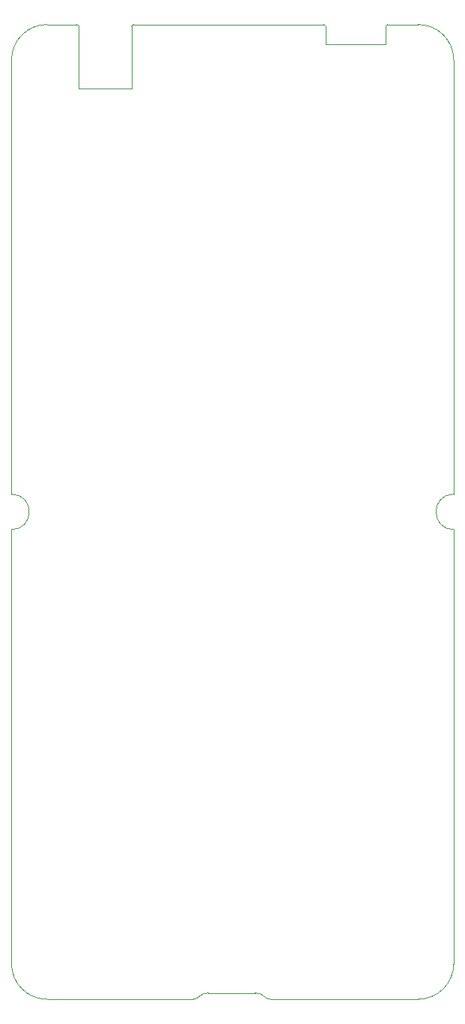
<source format=gbr>
G04*
G04 #@! TF.GenerationSoftware,Altium Limited,Altium Designer,23.0.1 (38)*
G04*
G04 Layer_Color=16711935*
%FSLAX25Y25*%
%MOIN*%
G70*
G04*
G04 #@! TF.SameCoordinates,5AACE2FC-F550-4568-A226-762E45A29E99*
G04*
G04*
G04 #@! TF.FilePolarity,Positive*
G04*
G01*
G75*
%ADD10C,0.00394*%
D10*
X473228Y788189D02*
G03*
X472441Y788976I-787J0D01*
G01*
X500787D02*
G03*
X500000Y788189I0J-787D01*
G01*
X363497Y788039D02*
G03*
X362560Y788976I-937J0D01*
G01*
X387834D02*
G03*
X386897Y788039I0J-937D01*
G01*
X414356Y355906D02*
G03*
X416732Y356890I0J3360D01*
G01*
X421106Y358702D02*
G03*
X416732Y356890I0J-6186D01*
G01*
X446260Y356890D02*
G03*
X441886Y358702I-4374J-4374D01*
G01*
X446260Y356890D02*
G03*
X448636Y355906I2376J2376D01*
G01*
X333465Y371654D02*
G03*
X349213Y355906I15748J0D01*
G01*
X514567D02*
G03*
X530315Y371654I0J15748D01*
G01*
Y773228D02*
G03*
X514567Y788976I-15748J0D01*
G01*
X349213D02*
G03*
X333465Y773228I0J-15748D01*
G01*
Y564567D02*
G03*
X333465Y580315I0J7874D01*
G01*
X530315D02*
G03*
X530315Y564567I0J-7874D01*
G01*
X470866Y788976D02*
X472441D01*
X500787D02*
X502580D01*
X500000Y780315D02*
Y788189D01*
X473228Y780315D02*
X500000D01*
X473228D02*
Y788189D01*
X361811Y788976D02*
X362560D01*
X387834D02*
X388720D01*
X363497Y760556D02*
Y788039D01*
Y760556D02*
X386897D01*
X363497D02*
Y788039D01*
X386897Y760556D02*
Y788039D01*
X349213Y355906D02*
X414356D01*
X421106Y358702D02*
X441886D01*
X448636Y355906D02*
X514567D01*
X388720Y788976D02*
X470866D01*
X349213D02*
X361811D01*
X502580D02*
X514567D01*
X333465Y371654D02*
Y564567D01*
Y580315D02*
Y773228D01*
X530315Y580315D02*
Y773228D01*
Y371654D02*
Y564567D01*
M02*

</source>
